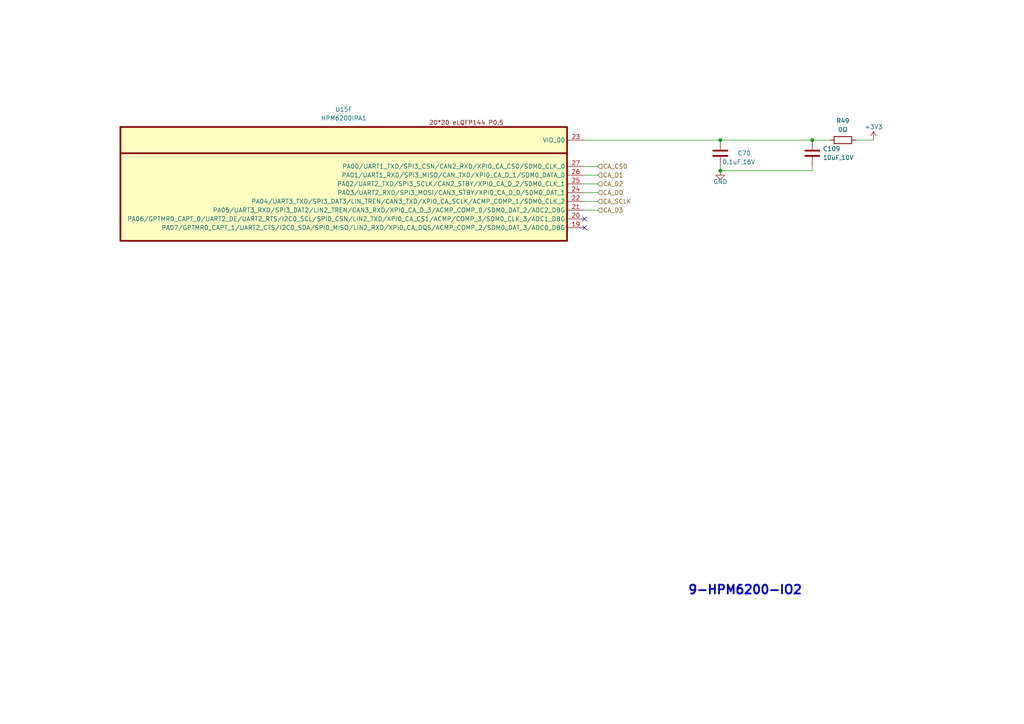
<source format=kicad_sch>
(kicad_sch (version 20230121) (generator eeschema)
  (paper "A4")
  (lib_symbols
    (symbol "00_HPM6200_Library:HPM6200IPA1"
      (property "Reference" "U3" (at 19.881 5.08 0))
      (property "Value" "HPM6200IPA1" (at 19.881 2.54 0))
      (symbol "HPM6200IPA1_0_0"
        (text "20*20 eLQFP144 P0.5" (at 29.21 1.27 0) (effects (font (size 1.27 1.27))))
      )
      (symbol "HPM6200IPA1_1_1"
        (polyline (pts (xy 0 -44.45) (xy 35.56 -44.45)) (stroke (width 0.508)))
        (polyline (pts (xy 8.89 -6.35) (xy 14.605 -6.35) (xy 14.605 -10.16) (xy 13.97 -9.525) (xy 14.605 -10.16) (xy 15.24 -9.525)))
        (polyline (pts (xy 14.605 -12.7) (xy 14.605 -16.51) (xy 8.89 -16.51) (xy 9.525 -15.875) (xy 8.89 -16.51) (xy 9.525 -17.145)))
        (rectangle (start 0 0) (end 35.56 -60.96) (stroke (width 0.508)) (fill (type background)))
        (rectangle (start 10.16 -10.16) (end 17.78 -12.7))
        (text "Analog_Domain" (at 11.43 -46.99 0) (effects (font (size 1.778 1.778))))
        (text "DCDC" (at 13.97 -11.43 0) (effects (font (size 1.27 1.27))))
        (text "DCDC_Domain" (at 10.16 -2.54 0) (effects (font (size 1.778 1.778))))
        (pin power_in line (at 40.64 -24.13 180) (length 5.08) (name "VDD_SOC") (number "104"))
        (pin power_in line (at 40.64 -21.59 180) (length 5.08) (name "VDD_SOC") (number "113"))
        (pin power_in line (at 40.64 -19.05 180) (length 5.08) (name "VDD_SOC") (number "126"))
        (pin power_in line (at 40.64 -16.51 180) (length 5.08) (name "VDD_SOC") (number "140"))
        (pin power_out line (at 17.78 -66.04 90) (length 5.08) (name "PAD") (number "145"))
        (pin power_in line (at 40.64 -8.89 180) (length 5.08) (name "VDD_SOC") (number "18"))
        (pin power_in line (at 40.64 -11.43 180) (length 5.08) (name "VDD_SOC") (number "28"))
        (pin input line (at -5.08 -24.13 0) (length 5.08) (name "DCDC_SNS") (number "29"))
        (pin power_out line (at -5.08 -35.56 0) (length 5.08) (name "DCDC_GND") (number "30"))
        (pin power_out line (at -5.08 -16.51 0) (length 5.08) (name "DCDC_LP") (number "31"))
        (pin power_in line (at -5.08 -6.35 0) (length 5.08) (name "DCDC_IN") (number "32"))
        (pin power_in line (at 40.64 -13.97 180) (length 5.08) (name "VDD_SOC") (number "5"))
        (pin power_in line (at 40.64 -34.29 180) (length 5.08) (name "VDD_SOC") (number "55"))
        (pin power_in line (at 40.64 -31.75 180) (length 5.08) (name "VDD_SOC") (number "68"))
        (pin power_in line (at 40.64 -29.21 180) (length 5.08) (name "VDD_SOC") (number "77"))
        (pin power_out line (at 40.64 -55.88 180) (length 5.08) (name "VREFL") (number "84"))
        (pin power_in line (at 40.64 -49.53 180) (length 5.08) (name "VREFH") (number "85"))
        (pin power_in line (at -5.08 -55.88 0) (length 5.08) (name "VANA") (number "87"))
        (pin power_in line (at 40.64 -26.67 180) (length 5.08) (name "VDD_SOC") (number "90"))
      )
      (symbol "HPM6200IPA1_2_1"
        (polyline (pts (xy 0 -6.35) (xy 104.14 -6.35)) (stroke (width 0.5)))
        (rectangle (start 0 0) (end 104.14 -31.75) (stroke (width 0.508)) (fill (type background)))
        (pin power_in line (at -5.08 -3.81 0) (length 5.08) (name "VBAT") (number "46"))
        (pin bidirectional line (at -5.08 -27.94 0) (length 5.08) (name "PZ07/BATT_TAMPER_07/SOC_GPIO_Z_07/UART6_RXD/I2C3_SDA/LIN2_RXD") (number "47"))
        (pin bidirectional line (at -5.08 -25.4 0) (length 5.08) (name "PZ06/BATT_TAMPER_06/SOC_GPIO_Z_06/UART6_TXD/I2C3_SCL/LIN2_TXD") (number "48"))
        (pin bidirectional line (at -5.08 -22.86 0) (length 5.08) (name "PZ05/BATT_WLED/BATT_WLED/BATT_WLED/SOC_GPIO_Z_05/UART5_RXD/LIN2_TREN/CAN3_RXD/CPU1_NMI") (number "49"))
        (pin bidirectional line (at -5.08 -20.32 0) (length 5.08) (name "PZ04/BATT_PLED/BATT_TAMPER_04/SOC_GPIO_Z_04/UART5_TXD/LIN3_TREN/CAN3_RXD/CPU1_NMI") (number "50"))
        (pin bidirectional line (at -5.08 -17.78 0) (length 5.08) (name "PZ03/BATT_WBUTN/BATT_TAMPER_03/SOC_GPIO_Z_03/UART4_RXD/I2C2_SDA/CAN3_STBY/CPU0_NMI") (number "51"))
        (pin bidirectional line (at -5.08 -15.24 0) (length 5.08) (name "PZ02/BATT_PBUTN/BATT_TAMPER_02/SOC_GPIO_Z_02/UART4_TXD/I2C2_SCL/CAN2_STBY/CPU0_NMI") (number "52"))
        (pin bidirectional line (at -5.08 -12.7 0) (length 5.08) (name "PZ01/BATT_RESETN/BATT_TAMPER_01/SOC_GPIO_Z_01/UART3_RXD/CAN2_RXD") (number "53"))
        (pin bidirectional line (at -5.08 -10.16 0) (length 5.08) (name "PZ00/BATT_PWR_ON/BATT_TAMPER_00/SOC_GPIO_Z_00/UART3_TXD/CAN2_TXD") (number "54"))
      )
      (symbol "HPM6200IPA1_3_0"
        (polyline (pts (xy 12.7 -13.97) (xy 46.99 -13.97) (xy 45.974 -13.462) (xy 46.99 -13.97) (xy 45.974 -14.478)))
        (polyline (pts (xy 12.7 -5.08) (xy 46.99 -5.08) (xy 45.974 -4.572) (xy 46.99 -5.08) (xy 45.974 -5.588)))
        (polyline (pts (xy 53.34 -13.97) (xy 87.63 -13.97) (xy 86.614 -13.462) (xy 87.63 -13.97) (xy 86.614 -14.478)))
        (polyline (pts (xy 53.34 -5.08) (xy 87.63 -5.08) (xy 86.614 -4.572) (xy 87.63 -5.08) (xy 86.614 -5.588)))
      )
      (symbol "HPM6200IPA1_3_1"
        (polyline (pts (xy 0 -17.78) (xy 102.87 -17.78)) (stroke (width 0.508)))
        (polyline (pts (xy 12.7 -12.7) (xy 12.7 -5.08) (xy 12.7 -13.97)))
        (rectangle (start 0 0) (end 102.87 -41.91) (stroke (width 0.508)) (fill (type background)))
        (rectangle (start 48.26 -12.7) (end 53.34 -15.24))
        (rectangle (start 48.26 -3.81) (end 53.34 -6.35))
        (text "LDO" (at 50.8 -13.97 0) (effects (font (size 1.27 1.27))))
        (text "LDO" (at 50.8 -5.08 0) (effects (font (size 1.27 1.27))))
        (pin bidirectional line (at -5.08 -39.37 0) (length 5.08) (name "PY07/UART_RXD/PTMR_CAPT_3/SOC_GPIO_Y_07/UART0_RXD/I2C1_SDA/LIN1_RXD") (number "33"))
        (pin bidirectional line (at -5.08 -36.83 0) (length 5.08) (name "PY06/UART_TXD/PTMR_COMP_3/SOC_GPIO_Y_06/UART0_TXD/I2C1_SCL/LIN1_TXD") (number "34"))
        (pin bidirectional line (at -5.08 -34.29 0) (length 5.08) (name "PY05/WDOG_RST/PTMR_CAPT_2/SOC_GPIO_Y_05/UART7_RXD/I2C0_SDA/LIN1_TREN/CAN3_RXD/WDG1_RST") (number "35"))
        (pin bidirectional line (at -5.08 -31.75 0) (length 5.08) (name "PY04/JTAG_TRST/PTMR_COMP_2/SOC_GPIO_Y_04/UART7_TXD/I2C0_SCL/LIN0_TREN/CAN3_TXD/WDG0_RST") (number "36"))
        (pin bidirectional line (at -5.08 -29.21 0) (length 5.08) (name "PY03/JTAG_TMS/PTMR_CAPT_1/SOC_GPIO_Y_03/UART0_CTS/SPI3_MOSI/LIN0_RXD") (number "37"))
        (pin bidirectional line (at -5.08 -26.67 0) (length 5.08) (name "PY02/JTAG_TCK/PTMR_COMP_1/SOC_GPIO_Y_02/UART0_DE/UART0_RTS/SPI3_SCLK/LIN0_TXD/CPU1_NMI") (number "38"))
        (pin power_out line (at 107.95 -13.97 180) (length 5.08) (name "VDD_OTPCAP") (number "39"))
        (pin bidirectional line (at -5.08 -24.13 0) (length 5.08) (name "PY01/JTAG_TDI/PTMR_CAPT_0/SOC_GPIO_Y_01/UART7_CTS/SPI3_MISO/LIN3_RXD/CAN2_RXD/CPU0_NMI") (number "40"))
        (pin power_out line (at 107.95 -5.08 180) (length 5.08) (name "VDD_PMCCAP") (number "41"))
        (pin bidirectional line (at -5.08 -21.59 0) (length 5.08) (name "PY00/JTAG_TDO/PTMR_COMP_0/SPC_GPIO_Y_00/UART7_DE/UART7_RTS/SPI3_CSN/LIN3_TXD/CAN2_TXD") (number "42"))
        (pin power_in line (at -5.08 -5.08 0) (length 5.08) (name "VPMC") (number "43"))
      )
      (symbol "HPM6200IPA1_4_1"
        (polyline (pts (xy 0 -13.97) (xy 116.84 -13.97)) (stroke (width 0.5)))
        (rectangle (start 0 0) (end 116.84 -175.26) (stroke (width 0.508)) (fill (type background)))
        (pin bidirectional line (at -5.08 -53.34 0) (length 5.08) (name "PA22/GPTMR0_COMP_1/UART6_DE/UART6_RTS/I2C3_SDA/LIN2_TXD/CAN0_RXD/TRGM1_P_02/PWM3_P_02") (number "1"))
        (pin bidirectional line (at -5.08 -33.02 0) (length 5.08) (name "PA14/UART4_TXD/SPI0_DAT3/LIN1_TREN/CAN0_RXD/XPI0_CB_CS1/PWM1_P_5/TRGM3_P_5/SOC_REF0") (number "10"))
        (pin bidirectional line (at -5.08 -154.94 0) (length 5.08) (name "PB29/UART3_RXD/SPI1_SCLK/LIN2_TREN/CAN2_TXD/TRGM0_P_09/PWM2_P_05/SDM0_DAT_3") (number "100"))
        (pin bidirectional line (at -5.08 -152.4 0) (length 5.08) (name "PB28/UART3_TXD/SPI1_MISO/LIN3_TREN/TRGM0_P_08/PWM2_P_04/SDM0_CLK_3") (number "101"))
        (pin bidirectional line (at -5.08 -149.86 0) (length 5.08) (name "PB27/UART2_RXD/SPI1_CSN/TRGM0_P_07/PWM2_P_03/SDM0_DAT_2") (number "102"))
        (pin bidirectional line (at -5.08 -147.32 0) (length 5.08) (name "PB26/UART2_TXD/TRGM0_P_06/PWM2_P_02/SDM0_CLK_2") (number "103"))
        (pin bidirectional line (at -5.08 -144.78 0) (length 5.08) (name "PB25/GPTMR3_COMP_1/UART1_RXD/I2C1_SDA/TRGM0_P_05/PWM2_P_01/SDM0_DAT_1") (number "105"))
        (pin bidirectional line (at -5.08 -142.24 0) (length 5.08) (name "PB24/GPTMR3_COMP_0/UART1_TXD/I2C1_SCL/TRGM0_P_04/PWM2_P_00/SDM0_CLK_1") (number "106"))
        (pin bidirectional line (at -5.08 -139.7 0) (length 5.08) (name "PB23/GPTMR3_CAPT_1/UART0_RXD/I2C0_SDA/LIN0_TREN/CAN1_RXD/TRGM0_P_03/TRGM2_P_11/SDM0_DAT_0/SOC_REF1") (number "107"))
        (pin bidirectional line (at -5.08 -137.16 0) (length 5.08) (name "PB22/GPTMR3_CAPT_0/UART0_TXD/I2C0_SCL/LIN1_TREN/CAN1_TXD/TRGM0_P_02/TRGM2_P_10/SDM0_CLK_0/SOC_REF0") (number "108"))
        (pin bidirectional line (at -5.08 -134.62 0) (length 5.08) (name "PB21/GPTMR2_COMP_1/UART1_CTS/I2C3_SDA/LIN1_RXD/CAN0_RXD/TRGM0_P_01/TRGM2_P_9") (number "109"))
        (pin bidirectional line (at -5.08 -30.48 0) (length 5.08) (name "PA13/GPTMR1_COMP_1/UART5_CTS/SPI0_MOSI/LIN_RXD/CAN0_TXD/XPI0_CB_DQS/PWM1_P_6/TRGM3_P_6/SOC_REF1") (number "11"))
        (pin bidirectional line (at -5.08 -132.08 0) (length 5.08) (name "PB20/GPTMR2_COMP_0/UART1_DE/UART1_RTS/I2C3_SCL/LIN1_TXD/CAN0_TXD/TRGM0_P_00/TRGM2_P_8") (number "110"))
        (pin bidirectional line (at -5.08 -129.54 0) (length 5.08) (name "PB19/GPTMR2_CAPT_1/UART0_CTS/I2C2_SDA/LIN0_RXD/CAN0_STBY/PWM0_P_7/TRGM2_P_7/HRPWM0_P_7") (number "111"))
        (pin bidirectional line (at -5.08 -127 0) (length 5.08) (name "PB18/GPTMR2_CAPT_0/UART0_DE/UART0_RTS/I2C2_SCL/LIN0_TXD/CAN1_STBY/PWM0_P_6/TRGM2_P_6/HRPWM0_P_6") (number "112"))
        (pin bidirectional line (at -5.08 -124.46 0) (length 5.08) (name "PB17/UART7_CTS/LIN3_RXD/PWM0_P_5/TRGM2_P_5/HRPWM0_P_5") (number "114"))
        (pin bidirectional line (at -5.08 -121.92 0) (length 5.08) (name "PB16/UART7_DE/UART7_RTS/SPI2_MOSI/LIN3_TXD/PWM0_P_4/TRGM2_P_4/HRPWM0_P_4") (number "115"))
        (pin bidirectional line (at -5.08 -119.38 0) (length 5.08) (name "PB15/UART6_CTS/SPI2_SCLK/LIN2_RXD/CAN1_RXD/PWM0_P_3/TRGM2_P_3/HRPWM0_P_3") (number "116"))
        (pin bidirectional line (at -5.08 -116.84 0) (length 5.08) (name "PB14/UART6_DE/UART6_RTS/SPI2_MISO/LIN2_TXD/CAN1_TXD/PWM0_P_2/TRGM2_P_2/HRPWM0_P_2") (number "117"))
        (pin bidirectional line (at -5.08 -114.3 0) (length 5.08) (name "PB13/UART7_RXD/SPI2_CSN/LIN2_TREN/CAN0_RXD/PWM0_P_1/TRGM2_P_1/HRPWM0_P_1") (number "118"))
        (pin bidirectional line (at -5.08 -111.76 0) (length 5.08) (name "PB12/UART7_TXD/SPI1_CSN/LIN3_TREN/CAN0_TXD/PWM0_P_0/TRGM2_P_0/HRPWM0_P_0") (number "119"))
        (pin power_in line (at -5.08 -6.35 0) (length 5.08) (name "VIO_01") (number "12"))
        (pin power_in line (at -5.08 -11.43 0) (length 5.08) (name "VIO_01") (number "120"))
        (pin bidirectional line (at -5.08 -109.22 0) (length 5.08) (name "PB11/UART6_RXD/SPI1_MOSI/PWM0_FAULT_0") (number "121"))
        (pin bidirectional line (at -5.08 -106.68 0) (length 5.08) (name "PB10/UART6_TXD/SPI1_MISO/PWM0_FAULT_1") (number "122"))
        (pin bidirectional line (at -5.08 -104.14 0) (length 5.08) (name "PB09/UART5_RXD/SPI1_SCLK/CAN1_RXD/PWM1_FAULT_1") (number "123"))
        (pin bidirectional line (at -5.08 -101.6 0) (length 5.08) (name "PB08/UART5_TXD/SPI1_DAT3/CAN1_TXD/PWM1_FAULT_0") (number "124"))
        (pin bidirectional line (at -5.08 -99.06 0) (length 5.08) (name "PB07/UART4_RXD/SPI1_DAT2/CAN1_STBY/PWM1_P_7/TRGM3_P_11/HRPWM1_P_7") (number "125"))
        (pin bidirectional line (at -5.08 -96.52 0) (length 5.08) (name "PB06/UART4_TXD/CAN0_STBY/PWM1_P_6/TRGM3_P_10/HRPWM1_P_6") (number "127"))
        (pin bidirectional line (at -5.08 -93.98 0) (length 5.08) (name "PB05/UART3_RXD/SPI1_MOSI/CAN0_RXD/PWM1_P_5/TRGM3_P_9/HRPWM1_P_5") (number "128"))
        (pin bidirectional line (at -5.08 -91.44 0) (length 5.08) (name "PB04/UART3_TXD/SPI1_SCLK/CAN0_TXD/PWM1_P_4/TRGM3_P_8/HRPWM1_P_4") (number "129"))
        (pin bidirectional line (at -5.08 -27.94 0) (length 5.08) (name "PA12/GPTMR1_COMP_0/UART5_DE/UART5_RTS/SPI0_SCLK/LIN1_TXD/XPI0_CB_D_3/PWM1_P_7/TRGM3_P_7") (number "13"))
        (pin bidirectional line (at -5.08 -88.9 0) (length 5.08) (name "PB03/UART2_RXD/SPI1_MISO/PWM1_P_3/TRGM3_P_7/HRPWM1_P_3") (number "130"))
        (pin bidirectional line (at -5.08 -86.36 0) (length 5.08) (name "PB02/UART2_TXD/SPI1_CSN/PWM1_P_2/TRGM3_P_6/HRPWM1_P_2") (number "131"))
        (pin bidirectional line (at -5.08 -83.82 0) (length 5.08) (name "PB01/UART1_RXD/SPI0_DAT3/PWM1_P_1/TRGM3_P_5/HRPWM1_P_1") (number "132"))
        (pin power_in line (at -5.08 -3.81 0) (length 5.08) (name "VIO_01") (number "133"))
        (pin bidirectional line (at -5.08 -81.28 0) (length 5.08) (name "PB00/UART1_TXD/SPI0_DAT2/CAN1_RXD/PWM1_P_0/TRGM3_P_4/HRPWM1_P_0") (number "134"))
        (pin bidirectional line (at -5.08 -76.2 0) (length 5.08) (name "PA31/UART0_RXD/SPI0_MOSI/LIN0_TREN/CAN1_TXD/TRGM1_P_11/TRGM3_P_3") (number "135"))
        (pin bidirectional line (at -5.08 -73.66 0) (length 5.08) (name "PA30/UART0_TXD/SPI0_SCLK/LIN1_TREN/CAN0_RXD/TRGM1_P_10/TRGM3_P_2") (number "136"))
        (pin bidirectional line (at -5.08 -71.12 0) (length 5.08) (name "PA29/UART1_CTS/SPI0_MISO/LIN1_RXD/CAN_TXD/TRGM1_P_09/TRGM3_P_1") (number "137"))
        (pin bidirectional line (at -5.08 -68.58 0) (length 5.08) (name "PA28/UART1_DE/UART1_RTS/SPI0_CSN/LIN1_TXD/TRGM1_P_08/TRGM3_P_0") (number "138"))
        (pin bidirectional line (at -5.08 -66.04 0) (length 5.08) (name "PA27/UART0_CTS/LIN0_RXD/TRGM1_P_07/PWM3_P_07") (number "139"))
        (pin bidirectional line (at -5.08 -25.4 0) (length 5.08) (name "PA11/GPTMR1_CAPT_1/UART4_CTS/SPI0_MISO/LIN0_RXD/CAN1_RXD/XPI0_CB_SCLK/PWM3_FAULT_0") (number "14"))
        (pin bidirectional line (at -5.08 -63.5 0) (length 5.08) (name "PA26/GPTMR1_COMP_1/UART0_DE/UART0_RTS/I2C1_SDA/LIN0_TXD/CAN1_RXD/TRGM1_P_06/PWM3_P_06") (number "141"))
        (pin bidirectional line (at -5.08 -60.96 0) (length 5.08) (name "PA25/GPTMR1_COMP_0/UART7_CTS/I2C1_SCL/LIN3_RXD/CAN1_TXD/TRGM1_P_05/PWM3_P_05") (number "142"))
        (pin bidirectional line (at -5.08 -58.42 0) (length 5.08) (name "PA24/GPTMR1_CAPT_1/UART7_DE/UART7_RTS/I2C0_SDA/LIN3_TXD/CAN1_STBY/TRGM1_P_04/PWM3_P_04") (number "143"))
        (pin bidirectional line (at -5.08 -55.88 0) (length 5.08) (name "PA23/GPTMR1_CAPT_0/UART6_CTS/I2C0_SCL/LIN2_RXD/CAN0_STBY/TRGM1_P_03/PWM3_P_03") (number "144"))
        (pin bidirectional line (at -5.08 -22.86 0) (length 5.08) (name "PA10/GPTMR1_CAPT_0/UART4_DE/UART4_RTS/SPI0_CSN/LIN0_TXD/CAN1_TXD/XPI0_CB_D_1/PWM3_FAULT_1") (number "15"))
        (pin bidirectional line (at -5.08 -20.32 0) (length 5.08) (name "PA09/GPTMR0_COMP_1/UART3_CTS/I2C1_SDA/SPI0_MOSI/LIN3_RXD/CAN0_RXD/XPI0_CB_D_2") (number "16"))
        (pin bidirectional line (at -5.08 -17.78 0) (length 5.08) (name "PA08/GPTMR0_COMP_0/UART3_DE/UART3_RTS/I2C1_SCL/SPI0_SCLK/LIN3_TXD/CAN0_TXD/XPI0_CB_D_0") (number "17"))
        (pin bidirectional line (at -5.08 -50.8 0) (length 5.08) (name "PA21/GPTMR0_COMP_0/UART7_RXD/I2C3_SCL/LIN2_TREN/CAN0_TXD/TRGM1_P_01/PWM3_P_01") (number "2"))
        (pin bidirectional line (at -5.08 -48.26 0) (length 5.08) (name "PA20/GPTMR0_CAPT_1/UART7_TXD/I2C2_SDA/LIN3_TREN/TRGM1_P_00/PWM3_P_00") (number "3"))
        (pin bidirectional line (at -5.08 -45.72 0) (length 5.08) (name "PA19/GPTMR0_CAPT_0/UART6_RXD/I2C2_SCL/SPI1_MOSI/PWM1_P_0/TRGM3_P_0") (number "4"))
        (pin bidirectional line (at -5.08 -43.18 0) (length 5.08) (name "PA18/UART6_TXD/SPI1_SCLK/CAN1_RXD/PWM1_P_1/TRGM3_P_1/SYSCTL_CLK_OBS_0") (number "6"))
        (pin bidirectional line (at -5.08 -40.64 0) (length 5.08) (name "PA17/UART5_RXD/SPI1_MISO/CAN1_TXD/PWM1_P_2/TRGM3_P_2/SYSCTL_CLK_OBS_1") (number "7"))
        (pin bidirectional line (at -5.08 -38.1 0) (length 5.08) (name "PA16/UART5_TXD/SPI1_CSN/CAN1_STBY/PWM1_P_3/TRGM3_P_3/SYSCTL_CLK_OBS_2") (number "8"))
        (pin bidirectional line (at -5.08 -35.56 0) (length 5.08) (name "PA15/UART4_RXD/SPI0_DAT2/LIN0_TREN/CAN0_STBY/XPI0_CB_CS0/PWM1_P_4/TRGM3_P_4/SYSCTL_CLK_OBS_3") (number "9"))
        (pin power_in line (at -5.08 -8.89 0) (length 5.08) (name "VIO_01") (number "94"))
        (pin bidirectional line (at -5.08 -170.18 0) (length 5.08) (name "PC02/UART4_DE/UART4_RTS/SPI2_MOSI/LIN0_TXD/CAN3_TXD/PWM0_P_2/TRGM2_P_2/USB0_OC") (number "95"))
        (pin bidirectional line (at -5.08 -167.64 0) (length 5.08) (name "PC01/UART3_CTS/SPI2_SCLK/LIN3_RXD/CAN3_RXD/PWM0_P_1/TRGM2_P_1/USB0_PWR") (number "96"))
        (pin bidirectional line (at -5.08 -165.1 0) (length 5.08) (name "PC00/UART3_DE/UART3_RTS/SPI2_MISO/LIN3_TXD/CAN3_STBY/PWM0_P_0/TRGM2_P_0/USB0_ID") (number "97"))
        (pin bidirectional line (at -5.08 -160.02 0) (length 5.08) (name "PB31/UART2_CTS/SPI2_CSN/LIN2_RXD/CAN2_STBY/TRGM0_P_11/PWM2_P_07") (number "98"))
        (pin bidirectional line (at -5.08 -157.48 0) (length 5.08) (name "PB30/UART2_DE/UART2_RTS/SPI1_MOSI/LIN2_TXD/CAN2_RXD/TRGM0_P_10/PWM2_P_06") (number "99"))
      )
      (symbol "HPM6200IPA1_5_1"
        (rectangle (start 0 -1.27) (end 157.48 -81.28) (stroke (width 0.508)) (fill (type background)))
        (polyline (pts (xy 0 -11.43) (xy 157.48 -11.43)) (stroke (width 0.5)))
        (pin bidirectional line (at -5.08 -77.47 0) (length 5.08) (name "PC27/UART2_RXD/SPI2_DAT2/SDM0_CLK_0/ADC2_INA15/CMP0_INP1/CMP1_INP1/CMP2_INP1/CMP3_INP1") (number "56"))
        (pin bidirectional line (at -5.08 -74.93 0) (length 5.08) (name "PC26/UART2_TXD/SPI2_DAT3/SDM0_DAT_0/ADC2_INA14/CMP0_INN1/CMP1_INN1/CMP2_INN1/CMP3_INN1") (number "57"))
        (pin bidirectional line (at -5.08 -72.39 0) (length 5.08) (name "PC25/UART1_RXD/SPI2_SCLK/SDM0_CLK_1/ADC2_INA13/CMP0_INP2/CMP1_INP2") (number "58"))
        (pin bidirectional line (at -5.08 -69.85 0) (length 5.08) (name "PC24/UART1_TXD/SPI2_MISO/SDM0_DAT_1/ADC2_INA12/CMP0_INP3/CMP1_INP3") (number "59"))
        (pin bidirectional line (at -5.08 -67.31 0) (length 5.08) (name "PC23/UART0_RXD/SPI2_MOSI/LIN0_TREN/SDM0_CLK_2/ADC1_INA15/ADC2_INA11/CMP0_INP4/CMP1_INP4") (number "60"))
        (pin power_in line (at -5.08 -8.89 0) (length 5.08) (name "VIO_02") (number "61"))
        (pin bidirectional line (at -5.08 -64.77 0) (length 5.08) (name "PC22/UART0_TXD/SPI2_CSN/LIN1_TREN/SDM0_DAT_2/ADC1_INA14/ADC2_INA10/CMP0_INP5/CMP1_INN2") (number "62"))
        (pin bidirectional line (at -5.08 -62.23 0) (length 5.08) (name "PC21/UART1_CTS/SPI3_MOSI/LIN1_RXD/SDM0_CLK_3/WDG1_RST/ADC1_INA13/ADC2_INA9/CMP0_INP6/CMP1_INN3") (number "63"))
        (pin bidirectional line (at -5.08 -59.69 0) (length 5.08) (name "PC20/UART1_DE/UART1_RTS/SPI3_SCLK/LIN1_TXD/SDM0_DAT_3/WDG0_RST/ADC1_INA12/ADC2_INA8/CMP0_INP7/CMP1_INN4") (number "64"))
        (pin bidirectional line (at -5.08 -57.15 0) (length 5.08) (name "PC19/UART0_CTS/SPI3_MISO/LIN0_RXD/ADC0_INA15/ADC1_INA11/ADC2_INA7/CMP0_INN2/CMP2_INP2") (number "65"))
        (pin bidirectional line (at -5.08 -54.61 0) (length 5.08) (name "PC18/UART0_DE/UART0_RTS/SPI3_CSN/LIN0_TXD/ADC0_INA14/ADC1_INA10/ADC2_INA6/CMP0_INN3/CMP2_INP3") (number "66"))
        (pin bidirectional line (at -5.08 -52.07 0) (length 5.08) (name "PC17/UART7_CTS/LIN3_RXD/ADC0_INA13/ADC1_INA9/ADC2_INA5/CMP0_INN4/CMP2_INP4") (number "67"))
        (pin bidirectional line (at -5.08 -49.53 0) (length 5.08) (name "PC16/UART7_DE/UART7_RTS/I2C1_SDA/LIN3_TXD/ACMP_COMP_2/ADC0_INA12/ADC1_INA8/ADC2_INA4/CMP0_INN5/CMP1_INN5/CMP2_INP5/CMP3_INP2") (number "69"))
        (pin bidirectional line (at -5.08 -46.99 0) (length 5.08) (name "PC15/UART6_CTS/I2C1_SCL/LIN2_RXD/ACMP_COMP_1/ADC0_INA11/ADC1_INA7/ADC2_INA3/CMP0_INN6/CMP1_INN6/CMP2_INP6/CMP3_INP3") (number "70"))
        (pin bidirectional line (at -5.08 -44.45 0) (length 5.08) (name "PC14/UART6_DE/UART6_RTS/I2C0_SDA/LIN2_TXD/CAN3_RXD/ACMP_COMP_0/ADC0_INA10/ADC1_INA6/ADC2_INA2/CMP0_INN7/CMP1_INN7/CMP2_INP7/CMP3_INP4") (number "71"))
        (pin bidirectional line (at -5.08 -41.91 0) (length 5.08) (name "PC13/GPTMR3_COMP_1/UART7_RXD/I2C0_SCL/CAN3_TXD/ACMP_COMP_3/ADC0_INA9/ADC1_INA5/ADC2_INA1/CMP1_INP5/CMP3_INN2") (number "72"))
        (pin bidirectional line (at -5.08 -39.37 0) (length 5.08) (name "PC12/GPTMR3_COMP_0/UART7_TXD/I2C3_SDA/LIN3_TREN/CAN3_STBY/ADC0_INA8/ADC1_INA4/ADC2_INA0/CMP1_INP6/CMP3_INN3") (number "73"))
        (pin bidirectional line (at -5.08 -36.83 0) (length 5.08) (name "PC11/GPTMR3_CAPT_1/UART6_RXD/I2C3_SCL/CAN2_STBY/ADC0_INA7/ADC1_INA3/CMP1_INP7/CMP3_INN4") (number "74"))
        (pin bidirectional line (at -5.08 -34.29 0) (length 5.08) (name "PC10/GPTMR3_CAPT_0/UART6_TXD/I2C2_SDA/CAN2_RXD/ADC0_INA6/ADC1_INA2/CMP2_INN2/CMP3_INN5") (number "75"))
        (pin bidirectional line (at -5.08 -31.75 0) (length 5.08) (name "PC09/GPTMR2_COMP_1/UART5_RXD/I2C2_SCL/CAN2_TXD/PWM2_FAULT_1/ADC0_INA5/ADC1_INA1/CMP2_INN3/CMP3_INN6") (number "76"))
        (pin bidirectional line (at -5.08 -29.21 0) (length 5.08) (name "PC08/GPTMR2_COMP_0/UART5_TXD/SPI2_CSN/PWM2_FAULT_0/USB0_PWR/ADC0_INA4/ADC1_INA0/CMP2_INN4/CMP3_INN7") (number "78"))
        (pin bidirectional line (at -5.08 -26.67 0) (length 5.08) (name "PC07/GPTMR2_CAPT_1/UART4_RXD/SPI2_MOSI/LIN0_TREN/PWM0_P_7/TRGM2_P_7/USB0_OC/ADC0_INA3/CMP2_INN5/CMP3_INP5") (number "79"))
        (pin bidirectional line (at -5.08 -24.13 0) (length 5.08) (name "PC06/GPTMR2_CAPT_0/UART4_TXD/SPI2_MISO/LIN1_TREN/PWM0_P_6/TRGM2_P_6//USB0_ID/ADC0_INA2/CMP2_INN6/CMP3_INP6") (number "80"))
        (pin bidirectional line (at -5.08 -21.59 0) (length 5.08) (name "PC05/UART5_CTS/SPI2_SCLK/LIN1_RXD/PWM0_P_5/TRGM2_P_5/USB0_OC/ADC0_INA1/CAMP2_INN7/CMP3_INP7") (number "81"))
        (pin bidirectional line (at -5.08 -19.05 0) (length 5.08) (name "PC04/UART5_DE/UART5_RTS/SPI2_DAT3/LIN1_TXD/PWM0_P_4/TRGM2_P_4/ADC0_INA0/DAC1_OUT") (number "82"))
        (pin bidirectional line (at -5.08 -16.51 0) (length 5.08) (name "PC03/UART4_CTS/SPI2_DAT2/LIN0_RXD/PWM0_P_3/TRGM2_P_3/DAC0_OUT") (number "83"))
        (pin power_in line (at -5.08 -6.35 0) (length 5.08) (name "VIO_02") (number "86"))
      )
      (symbol "HPM6200IPA1_6_1"
        (polyline (pts (xy 0 -7.62) (xy 129.54 -7.62)) (stroke (width 0.5)))
        (rectangle (start 0 0) (end 129.54 -33.02) (stroke (width 0.508)) (fill (type background)))
        (pin bidirectional line (at -5.08 -29.21 0) (length 5.08) (name "PA07/GPTMR0_CAPT_1/UART2_CTS/I2C0_SDA/SPI0_MISO/LIN2_RXD/XPI0_CA_DQS/ACMP_COMP_2/SDM0_DAT_3/ADC0_DBG") (number "19"))
        (pin bidirectional line (at -5.08 -26.67 0) (length 5.08) (name "PA06/GPTMR0_CAPT_0/UART2_DE/UART2_RTS/I2C0_SCL/SPI0_CSN/LIN2_TXD/XPI0_CA_CS1/ACMP/COMP_3/SDM0_CLK_3/ADC1_DBG") (number "20"))
        (pin bidirectional line (at -5.08 -24.13 0) (length 5.08) (name "PA05/UART3_RXD/SPI3_DAT2/LIN2_TREN/CAN3_RXD/XPI0_CA_D_3/ACMP_COMP_0/SDM0_DAT_2/ADC2_DBG") (number "21"))
        (pin bidirectional line (at -5.08 -21.59 0) (length 5.08) (name "PA04/UART3_TXD/SPI3_DAT3/LIN_TREN/CAN3_TXD/XPI0_CA_SCLK/ACMP_COMP_1/SDM0_CLK_2") (number "22"))
        (pin power_in line (at -5.08 -3.81 0) (length 5.08) (name "VIO_00") (number "23"))
        (pin bidirectional line (at -5.08 -19.05 0) (length 5.08) (name "PA03/UART2_RXD/SPI3_MOSI/CAN3_STBY/XPI0_CA_D_0/SDM0_DAT_1") (number "24"))
        (pin bidirectional line (at -5.08 -16.51 0) (length 5.08) (name "PA02/UART2_TXD/SPI3_SCLK/CAN2_STBY/XPI0_CA_D_2/SDM0_CLK_1") (number "25"))
        (pin bidirectional line (at -5.08 -13.97 0) (length 5.08) (name "PA01/UART1_RXD/SPI3_MISO/CAN_TXD/XPI0_CA_D_1/SDM0_DATA_0") (number "26"))
        (pin bidirectional line (at -5.08 -11.43 0) (length 5.08) (name "PA00/UART1_TXD/SPI3_CSN/CAN2_RXD/XPI0_CA_CS0/SDM0_CLK_0") (number "27"))
      )
      (symbol "HPM6200IPA1_7_1"
        (rectangle (start 0 0) (end 35.56 -33.02) (stroke (width 0.508)) (fill (type background)))
        (pin output line (at 40.64 -3.81 180) (length 5.08) (name "RTC_XTALI") (number "44"))
        (pin input line (at 40.64 -12.7 180) (length 5.08) (name "RTC_XTALO") (number "45"))
        (pin input line (at -5.08 -3.81 0) (length 5.08) (name "XTALI") (number "88"))
        (pin output line (at -5.08 -12.7 0) (length 5.08) (name "XTALO") (number "89"))
        (pin power_in line (at -5.08 -26.67 0) (length 5.08) (name "USBVBUS") (number "91"))
        (pin bidirectional line (at 40.64 -26.67 180) (length 5.08) (name "USB_DP") (number "92"))
        (pin bidirectional line (at 40.64 -29.21 180) (length 5.08) (name "USB_DM") (number "93"))
      )
    )
    (symbol "00_HPM_power:+3V3" (power) (pin_names (offset 0))
      (property "Value" "+3V3" (at 0 3.81 0))
      (symbol "+3V3_0_1"
        (polyline (pts (xy -0.762 1.27) (xy 0 2.54)))
        (polyline (pts (xy 0 0) (xy 0 2.54)))
        (polyline (pts (xy 0 2.54) (xy 0.762 1.27)))
      )
      (symbol "+3V3_1_1"
        (pin power_in line (at 0 0 90) (length 0) hide (name "+3V3") (number "1"))
      )
    )
    (symbol "00_HPM_power:GND" (power)
      (property "Value" "GND" (at 1.27 -6.35 0))
      (symbol "GND_0_0"
        (pin power_in line (at 0 0 0) (length 0) hide (name "GND") (number ""))
      )
      (symbol "GND_0_1"
        (polyline (pts (xy 0 0) (xy 0 -1.27) (xy 1.27 -1.27) (xy 0 -2.54) (xy -1.27 -1.27) (xy 0 -1.27)))
      )
    )
    (symbol "02_HPM_Resistor:0Ω_0402" (pin_numbers hide) (pin_names (offset 0))
      (property "Reference" "R" (at 0 5.08 0))
      (property "Value" "0Ω" (at 0 8.89 0))
      (symbol "0Ω_0402_0_1"
        (rectangle (start 2.54 -1.016) (end -2.54 1.016) (stroke (width 0.254)))
      )
      (symbol "0Ω_0402_1_1"
        (pin passive line (at -3.81 0 0) (length 1.27) (name "~") (number "1"))
        (pin passive line (at 3.81 0 180) (length 1.27) (name "~") (number "2"))
      )
    )
    (symbol "03_HPM_Capacitance:0.1uF,16V_0402" (pin_numbers hide) (pin_names (offset 0.254))
      (property "Reference" "C" (at -1.27 10.16 0))
      (property "Value" "0.1uF,16V" (at -5.08 12.7 0))
      (symbol "0.1uF,16V_0402_0_1"
        (polyline (pts (xy -2.032 -0.762) (xy 2.032 -0.762)) (stroke (width 0.508)))
        (polyline (pts (xy -2.032 0.762) (xy 2.032 0.762)) (stroke (width 0.508)))
      )
      (symbol "0.1uF,16V_0402_1_1"
        (pin passive line (at 0 3.81 270) (length 2.794) (name "~") (number "1"))
        (pin passive line (at 0 -3.81 90) (length 2.794) (name "~") (number "2"))
      )
    )
    (symbol "03_HPM_Capacitance:10uF,10V_0402" (pin_numbers hide) (pin_names (offset 0.254))
      (property "Reference" "C" (at -3.81 15.24 0))
      (property "Value" "10uF,10V" (at -3.81 10.16 0))
      (symbol "10uF,10V_0402_0_1"
        (polyline (pts (xy -2.032 -0.762) (xy 2.032 -0.762)) (stroke (width 0.508)))
        (polyline (pts (xy -2.032 0.762) (xy 2.032 0.762)) (stroke (width 0.508)))
      )
      (symbol "10uF,10V_0402_1_1"
        (pin passive line (at 0 3.81 270) (length 2.794) (name "~") (number "1"))
        (pin passive line (at 0 -3.81 90) (length 2.794) (name "~") (number "2"))
      )
    )
  )
  (junction (at 208.915 40.64))
  (junction (at 235.585 40.64))
  (junction (at 208.915 49.53))
  (no_connect (at 169.545 66.04))
  (no_connect (at 169.545 63.5))
  (wire (pts (xy 169.545 48.26) (xy 173.355 48.26)))
  (wire (pts (xy 169.545 53.34) (xy 173.355 53.34)))
  (wire (pts (xy 169.545 40.64) (xy 208.915 40.64)))
  (wire (pts (xy 208.915 40.64) (xy 235.585 40.64)))
  (wire (pts (xy 169.545 50.8) (xy 173.355 50.8)))
  (wire (pts (xy 169.545 55.88) (xy 173.355 55.88)))
  (wire (pts (xy 208.915 48.26) (xy 208.915 49.53)))
  (wire (pts (xy 208.915 49.53) (xy 235.585 49.53)))
  (wire (pts (xy 169.545 60.96) (xy 173.355 60.96)))
  (wire (pts (xy 235.585 40.64) (xy 240.665 40.64)))
  (wire (pts (xy 235.585 48.26) (xy 235.585 49.53)))
  (wire (pts (xy 169.545 58.42) (xy 173.355 58.42)))
  (wire (pts (xy 253.365 40.64) (xy 248.285 40.64)))
  (text "9-HPM6200-IO2" (at 199.39 172.72 0) (effects (font (size 2.54 2.54) (thickness 0.508) bold) (justify left bottom)))
  (hierarchical_label "CA_D0" (shape input) (at 173.355 55.88 0))
  (hierarchical_label "CA_D3" (shape input) (at 173.355 60.96 0))
  (hierarchical_label "CA_SCLK" (shape input) (at 173.355 58.42 0))
  (hierarchical_label "CA_D2" (shape input) (at 173.355 53.34 0))
  (hierarchical_label "CA_D1" (shape input) (at 173.355 50.8 0))
  (hierarchical_label "CA_CS0" (shape input) (at 173.355 48.26 0))
  (symbol (lib_id "00_HPM_power:+3V3") (at 253.365 40.64 0) (unit 1)
    (property "Reference" "#PWR049" (effects hide))
    (property "Value" "+3V3" (at 253.365 36.83 0))
    (instances (project "HPM62_63_144_ADC_EVK_RevB" (path "" (reference "#PWR049") (unit 1)) (path "" (reference "#PWR0164") (unit 1)) (path "" (reference "#PWR0153") (unit 1))))
  )
  (symbol (lib_id "03_HPM_Capacitance:10uF,10V_0402") (at 235.585 44.45 0) (unit 1)
    (property "Reference" "C109" (at 238.633 43.18 0) (effects (justify left)))
    (property "Value" "10uF,10V" (at 238.633 45.72 0) (effects (justify left)))
    (property "Footprint" "03_HPM_Capacitance:C_0402" (effects hide))
    (property "Model" "CL05A106MP5NUNC" (effects hide))
    (property "Company" " SAMSUNG(三星)" (effects hide))
  )
  (symbol (lib_id "00_HPM6200_Library:HPM6200IPA1") (at 164.465 36.83 0) (mirror y) (unit 6)
    (property "Reference" "U15" (at 99.695 31.75 0))
    (property "Value" "HPM6200IPA1" (at 99.695 34.29 0))
    (property "Footprint" "00_HPM_Library:eLQFP144L_22x22_P0.5mm_EP5x5mm" (effects hide))
  )
  (symbol (lib_id "03_HPM_Capacitance:0.1uF,16V_0402") (at 208.915 44.45 0) (mirror y) (unit 1)
    (property "Reference" "C70" (at 217.805 44.45 0) (effects (justify left)))
    (property "Value" "0.1uF,16V" (at 219.075 46.99 0) (effects (justify left)))
    (property "Footprint" "03_HPM_Capacitance:C_0402" (effects hide))
    (property "Model" "CL05B104KO5NNNC" (effects hide))
    (property "Company" "SAMSUNG(三星)" (effects hide))
    (instances (project "HPM62_63_144_ADC_EVK_RevB" (path "" (reference "C70") (unit 1)) (path "" (reference "C106") (unit 1))) (project "EVK_REVC" (path "" (reference "C53") (unit 1))))
  )
  (symbol (lib_id "00_HPM_power:GND") (at 208.915 49.53 0) (unit 1)
    (property "Reference" "#PWR0149" (effects hide))
    (property "Value" "GND" (at 208.915 52.705 0))
    (instances (project "HPM62_63_144_ADC_EVK_RevB" (path "" (reference "#PWR0149") (unit 1))) (project "EVK_REVC" (path "" (reference "#PWR0184") (unit 1))))
  )
  (symbol (lib_id "02_HPM_Resistor:0Ω_0402") (at 244.475 40.64 0) (unit 1)
    (property "Reference" "R49" (at 244.475 35.052 0))
    (property "Value" "0Ω" (at 244.475 37.592 0))
    (property "Footprint" "02_HPM_Resistor:R_0402_1005Metric" (effects hide))
    (property "Model" "RC0402JR-070RL" (effects hide))
    (property "Company" "YAGEO(国巨)" (effects hide))
    (instances (project "HPM62_63_144_ADC_EVK_RevB" (path "" (reference "R49") (unit 1)) (path "" (reference "R64") (unit 1))))
  )
)
</source>
